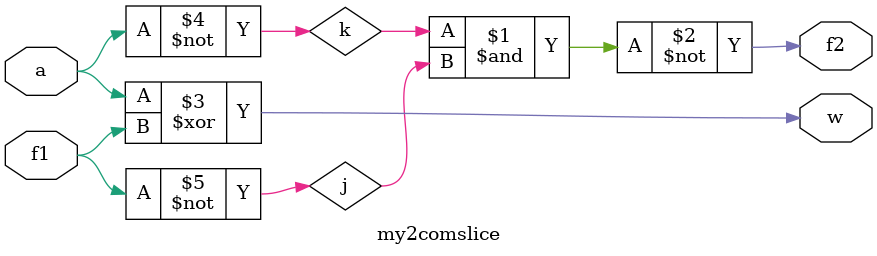
<source format=sv>
`timescale 1ns/1ns
module my2comslice (input a,f1, output w,f2);
	wire k,j;
	not #(7,9) N1(k,a);
	not #(7,9) N2(j,f1);
	nand #(14,10) NA1(f2,k,j);
	xor #(23,25) XR(w,a,f1);

endmodule

</source>
